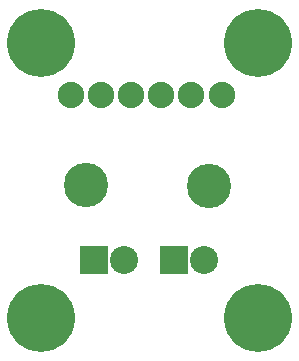
<source format=gts>
G04 MADE WITH FRITZING*
G04 WWW.FRITZING.ORG*
G04 DOUBLE SIDED*
G04 HOLES PLATED*
G04 CONTOUR ON CENTER OF CONTOUR VECTOR*
%ASAXBY*%
%FSLAX23Y23*%
%MOIN*%
%OFA0B0*%
%SFA1.0B1.0*%
%ADD10C,0.226536*%
%ADD11C,0.093307*%
%ADD12C,0.088000*%
%ADD13C,0.147795*%
%ADD14R,0.093307X0.093307*%
%LNMASK1*%
G90*
G70*
G54D10*
X853Y131D03*
X131Y1050D03*
X853Y1050D03*
G54D11*
X306Y325D03*
X406Y325D03*
X575Y325D03*
X675Y325D03*
G54D12*
X232Y876D03*
X332Y876D03*
X432Y876D03*
X532Y876D03*
X632Y876D03*
X733Y876D03*
G54D13*
X281Y575D03*
X691Y572D03*
G54D10*
X131Y131D03*
G54D14*
X306Y325D03*
X575Y325D03*
G04 End of Mask1*
M02*
</source>
